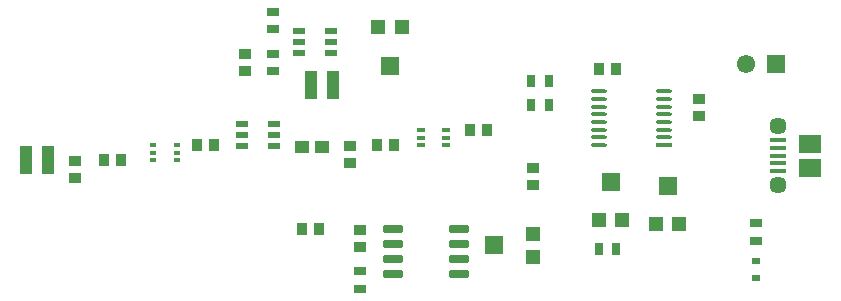
<source format=gbr>
G04*
G04 #@! TF.GenerationSoftware,Altium Limited,Altium Designer,24.6.1 (21)*
G04*
G04 Layer_Color=255*
%FSLAX25Y25*%
%MOIN*%
G70*
G04*
G04 #@! TF.SameCoordinates,070BA572-D09E-44C5-9521-77B36399D436*
G04*
G04*
G04 #@! TF.FilePolarity,Positive*
G04*
G01*
G75*
%ADD18R,0.04724X0.04724*%
%ADD19R,0.06299X0.05906*%
%ADD20R,0.04724X0.04724*%
%ADD21R,0.05906X0.06299*%
%ADD22R,0.03937X0.03150*%
%ADD23R,0.03150X0.02362*%
%ADD24R,0.05336X0.01342*%
G04:AMPARAMS|DCode=25|XSize=53.36mil|YSize=13.42mil|CornerRadius=6.71mil|HoleSize=0mil|Usage=FLASHONLY|Rotation=180.000|XOffset=0mil|YOffset=0mil|HoleType=Round|Shape=RoundedRectangle|*
%AMROUNDEDRECTD25*
21,1,0.05336,0.00000,0,0,180.0*
21,1,0.03995,0.01342,0,0,180.0*
1,1,0.01342,-0.01997,0.00000*
1,1,0.01342,0.01997,0.00000*
1,1,0.01342,0.01997,0.00000*
1,1,0.01342,-0.01997,0.00000*
%
%ADD25ROUNDEDRECTD25*%
%ADD26R,0.03740X0.04134*%
%ADD27R,0.05315X0.01575*%
%ADD28R,0.07480X0.05906*%
%ADD29R,0.03150X0.03937*%
%ADD30R,0.04134X0.03740*%
%ADD31R,0.04134X0.09449*%
%ADD32R,0.03850X0.02200*%
%ADD33R,0.02362X0.01575*%
%ADD34R,0.04748X0.04166*%
%ADD35R,0.03100X0.01400*%
G04:AMPARAMS|DCode=36|XSize=25.59mil|YSize=64.96mil|CornerRadius=1.92mil|HoleSize=0mil|Usage=FLASHONLY|Rotation=270.000|XOffset=0mil|YOffset=0mil|HoleType=Round|Shape=RoundedRectangle|*
%AMROUNDEDRECTD36*
21,1,0.02559,0.06112,0,0,270.0*
21,1,0.02175,0.06496,0,0,270.0*
1,1,0.00384,-0.03056,-0.01088*
1,1,0.00384,-0.03056,0.01088*
1,1,0.00384,0.03056,0.01088*
1,1,0.00384,0.03056,-0.01088*
%
%ADD36ROUNDEDRECTD36*%
%ADD37C,0.05709*%
%ADD38C,0.06102*%
%ADD39R,0.06102X0.06102*%
D18*
X591563Y374413D02*
D03*
X599437D02*
D03*
X610563Y373205D02*
D03*
X618437D02*
D03*
X525937Y438795D02*
D03*
X518063D02*
D03*
D19*
X595500Y387209D02*
D03*
X614500Y386000D02*
D03*
X522000Y426000D02*
D03*
D20*
X569539Y362175D02*
D03*
Y370049D02*
D03*
D21*
X556744Y366112D02*
D03*
D22*
X644000Y373453D02*
D03*
Y367547D02*
D03*
X512000Y351547D02*
D03*
Y357453D02*
D03*
X483000Y430000D02*
D03*
X483000Y424094D02*
D03*
Y444000D02*
D03*
X483000Y438095D02*
D03*
D23*
X644000Y355146D02*
D03*
Y360854D02*
D03*
D24*
X613427Y399543D02*
D03*
D25*
X613427Y402102D02*
D03*
X613427Y404661D02*
D03*
X613427Y407221D02*
D03*
X613427Y409780D02*
D03*
X613427Y412339D02*
D03*
X613427Y414898D02*
D03*
X613427Y417457D02*
D03*
X591573D02*
D03*
X591573Y414898D02*
D03*
X591573Y412339D02*
D03*
X591573Y409780D02*
D03*
Y407221D02*
D03*
X591573Y404661D02*
D03*
X591573Y402102D02*
D03*
X591573Y399543D02*
D03*
D26*
X463354Y399500D02*
D03*
X457646D02*
D03*
X591646Y425000D02*
D03*
X597354D02*
D03*
X432354Y394500D02*
D03*
X426646D02*
D03*
X523354Y399500D02*
D03*
X517646D02*
D03*
X554354Y404500D02*
D03*
X548646D02*
D03*
X498354Y371500D02*
D03*
X492646D02*
D03*
D27*
X651185Y390882D02*
D03*
Y393441D02*
D03*
Y396000D02*
D03*
Y398559D02*
D03*
Y401118D02*
D03*
D28*
X661815Y392063D02*
D03*
Y399937D02*
D03*
D29*
X597453Y365000D02*
D03*
X591547D02*
D03*
X569047Y413000D02*
D03*
X574953D02*
D03*
X569000Y421000D02*
D03*
X574905D02*
D03*
D30*
X512000Y371354D02*
D03*
Y365646D02*
D03*
X625000Y409146D02*
D03*
Y414854D02*
D03*
X473500Y424291D02*
D03*
X473500Y430000D02*
D03*
X417000Y388646D02*
D03*
Y394354D02*
D03*
X508500Y393646D02*
D03*
Y399354D02*
D03*
X569500Y391854D02*
D03*
Y386146D02*
D03*
D31*
X495717Y419500D02*
D03*
X503000Y419500D02*
D03*
X408000Y394500D02*
D03*
X400716D02*
D03*
D32*
X491625Y430260D02*
D03*
Y434000D02*
D03*
Y437740D02*
D03*
X502375D02*
D03*
X502375Y434000D02*
D03*
Y430260D02*
D03*
X472625Y406740D02*
D03*
Y403000D02*
D03*
Y399260D02*
D03*
X483375D02*
D03*
Y403000D02*
D03*
Y406740D02*
D03*
D33*
X442866Y394441D02*
D03*
Y397000D02*
D03*
Y399559D02*
D03*
X451134D02*
D03*
Y397000D02*
D03*
Y394441D02*
D03*
D34*
X499252Y399000D02*
D03*
X492748D02*
D03*
D35*
X540700Y399441D02*
D03*
Y402000D02*
D03*
Y404559D02*
D03*
X532300D02*
D03*
Y402000D02*
D03*
Y399441D02*
D03*
D36*
X522878Y371500D02*
D03*
Y366500D02*
D03*
Y361500D02*
D03*
Y356500D02*
D03*
X545122Y371500D02*
D03*
Y366500D02*
D03*
Y361500D02*
D03*
Y356500D02*
D03*
D37*
X651185Y405842D02*
D03*
Y386157D02*
D03*
D38*
X640500Y426500D02*
D03*
D39*
X650500D02*
D03*
M02*

</source>
